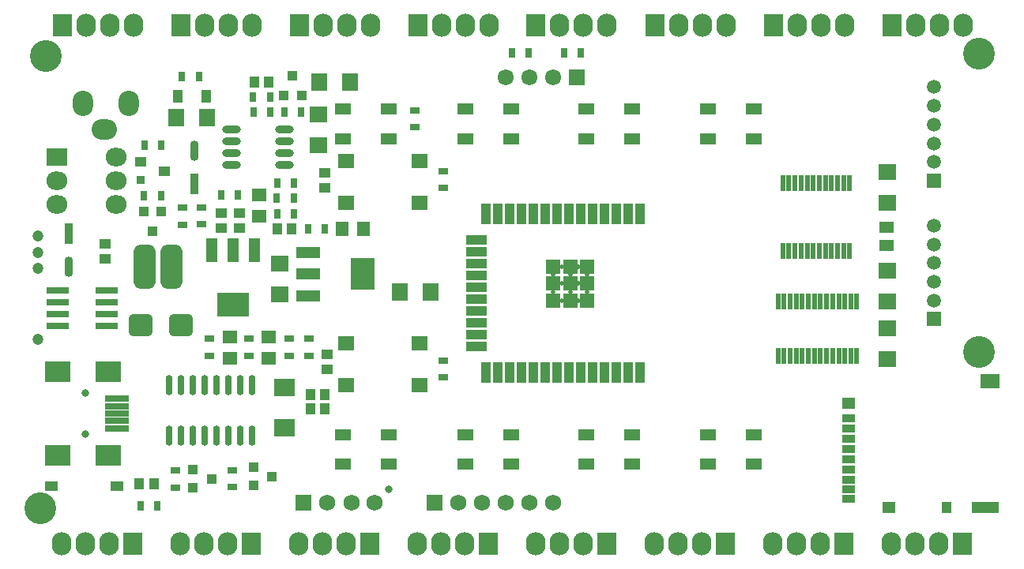
<source format=gts>
G04*
G04 #@! TF.GenerationSoftware,Altium Limited,Altium Designer,20.2.6 (244)*
G04*
G04 Layer_Color=8388736*
%FSLAX24Y24*%
%MOIN*%
G70*
G04*
G04 #@! TF.SameCoordinates,3AFE1146-FA95-4E81-A996-3AB7B898703E*
G04*
G04*
G04 #@! TF.FilePolarity,Negative*
G04*
G01*
G75*
%ADD59R,0.0374X0.0354*%
%ADD66R,0.0434X0.0316*%
%ADD67R,0.0552X0.0356*%
%ADD68R,0.0552X0.0474*%
%ADD69R,0.0395X0.0474*%
%ADD70R,0.1182X0.0474*%
%ADD71R,0.0828X0.0592*%
%ADD72R,0.0316X0.0434*%
%ADD73R,0.1064X0.0867*%
%ADD74R,0.0986X0.0277*%
%ADD75R,0.0730X0.0680*%
%ADD76R,0.0434X0.0474*%
%ADD77R,0.1025X0.0474*%
%ADD78R,0.1025X0.1379*%
%ADD79R,0.0434X0.0395*%
%ADD80R,0.0630X0.0513*%
%ADD81R,0.0237X0.0671*%
%ADD82R,0.0220X0.0660*%
%ADD83R,0.0434X0.0867*%
%ADD84R,0.0867X0.0434*%
%ADD85R,0.0604X0.0604*%
%ADD86R,0.0671X0.0474*%
%ADD87R,0.0690X0.0592*%
%ADD88R,0.0474X0.0434*%
%ADD89R,0.0880X0.0780*%
%ADD90R,0.0630X0.0580*%
%ADD91R,0.0474X0.1025*%
%ADD92R,0.1379X0.1025*%
%ADD93R,0.0680X0.0730*%
%ADD94R,0.0395X0.0434*%
%ADD95O,0.0789X0.0316*%
%ADD96O,0.0356X0.0867*%
%ADD97R,0.0356X0.0867*%
%ADD98R,0.0434X0.0552*%
%ADD99R,0.0434X0.0552*%
%ADD100R,0.0454X0.0434*%
G04:AMPARAMS|DCode=101|XSize=185.2mil|YSize=90.7mil|CornerRadius=24.7mil|HoleSize=0mil|Usage=FLASHONLY|Rotation=90.000|XOffset=0mil|YOffset=0mil|HoleType=Round|Shape=RoundedRectangle|*
%AMROUNDEDRECTD101*
21,1,0.1852,0.0413,0,0,90.0*
21,1,0.1358,0.0907,0,0,90.0*
1,1,0.0493,0.0207,0.0679*
1,1,0.0493,0.0207,-0.0679*
1,1,0.0493,-0.0207,-0.0679*
1,1,0.0493,-0.0207,0.0679*
%
%ADD101ROUNDEDRECTD101*%
G04:AMPARAMS|DCode=102|XSize=98.2mil|YSize=91.5mil|CornerRadius=14.4mil|HoleSize=0mil|Usage=FLASHONLY|Rotation=0.000|XOffset=0mil|YOffset=0mil|HoleType=Round|Shape=RoundedRectangle|*
%AMROUNDEDRECTD102*
21,1,0.0982,0.0626,0,0,0.0*
21,1,0.0693,0.0915,0,0,0.0*
1,1,0.0289,0.0346,-0.0313*
1,1,0.0289,-0.0346,-0.0313*
1,1,0.0289,-0.0346,0.0313*
1,1,0.0289,0.0346,0.0313*
%
%ADD102ROUNDEDRECTD102*%
%ADD103R,0.0946X0.0316*%
%ADD104O,0.0297X0.0867*%
%ADD105R,0.0552X0.0395*%
%ADD106R,0.0580X0.0630*%
%ADD107C,0.0316*%
%ADD108C,0.1340*%
%ADD109R,0.0830X0.0980*%
%ADD110O,0.0830X0.0980*%
%ADD111C,0.0678*%
%ADD112R,0.0678X0.0678*%
%ADD113C,0.0595*%
%ADD114R,0.0595X0.0595*%
%ADD115C,0.0198*%
%ADD116O,0.0880X0.0780*%
%ADD117C,0.0474*%
%ADD118R,0.0680X0.0680*%
%ADD119C,0.0680*%
%ADD120O,0.1064X0.0867*%
%ADD121O,0.0867X0.1064*%
D59*
X4837Y18286D02*
D03*
D66*
X16400Y20500D02*
D03*
X16400Y21215D02*
D03*
X11935Y11575D02*
D03*
X11935Y10860D02*
D03*
X9385Y11575D02*
D03*
X9385Y10860D02*
D03*
X11085Y11575D02*
D03*
X11085Y10860D02*
D03*
X7735Y11575D02*
D03*
X7735Y10860D02*
D03*
X17600Y18650D02*
D03*
X17600Y17935D02*
D03*
X17600Y10650D02*
D03*
X17600Y9935D02*
D03*
X6585Y16395D02*
D03*
X6585Y17110D02*
D03*
X7385Y17125D02*
D03*
X7385Y16410D02*
D03*
X6285Y5295D02*
D03*
X6285Y6010D02*
D03*
X8685Y6025D02*
D03*
X8685Y5310D02*
D03*
D67*
X34716Y8230D02*
D03*
Y7796D02*
D03*
Y7363D02*
D03*
Y6930D02*
D03*
Y6497D02*
D03*
Y6064D02*
D03*
Y5631D02*
D03*
Y5198D02*
D03*
Y4824D02*
D03*
D68*
Y8840D02*
D03*
X36409Y4450D02*
D03*
D69*
X38850D02*
D03*
D70*
X40484D02*
D03*
D71*
X40661Y9765D02*
D03*
D72*
X4835Y4510D02*
D03*
X5550Y4510D02*
D03*
X21200Y23650D02*
D03*
X20485Y23650D02*
D03*
X23400Y23650D02*
D03*
X22685Y23650D02*
D03*
X10570Y17510D02*
D03*
X11285Y17510D02*
D03*
X11300Y16860D02*
D03*
X10585Y16860D02*
D03*
X11885Y16200D02*
D03*
X12600Y16200D02*
D03*
X8950Y17660D02*
D03*
X8235Y17660D02*
D03*
X11300Y18160D02*
D03*
X10585Y18160D02*
D03*
X10885Y21160D02*
D03*
X11600Y21160D02*
D03*
X9571Y21793D02*
D03*
X10285Y21793D02*
D03*
X10300Y21160D02*
D03*
X9585Y21160D02*
D03*
X6571Y22660D02*
D03*
X7285Y22660D02*
D03*
X5700Y19760D02*
D03*
X4985Y19760D02*
D03*
X4971Y17610D02*
D03*
X5685Y17610D02*
D03*
D73*
X1319Y6664D02*
D03*
Y10168D02*
D03*
X3484D02*
D03*
Y6664D02*
D03*
D74*
X3819Y9046D02*
D03*
Y8731D02*
D03*
Y8416D02*
D03*
Y8101D02*
D03*
Y7786D02*
D03*
D75*
X10700Y14750D02*
D03*
Y13450D02*
D03*
X36350Y10700D02*
D03*
Y12000D02*
D03*
Y13150D02*
D03*
Y14450D02*
D03*
Y17310D02*
D03*
Y18610D02*
D03*
X12350Y21050D02*
D03*
Y19750D02*
D03*
D76*
X11215Y16200D02*
D03*
X10585D02*
D03*
X5400Y5460D02*
D03*
X4770D02*
D03*
X11985Y8600D02*
D03*
X12615D02*
D03*
X11985Y9200D02*
D03*
X12615D02*
D03*
X9620Y22410D02*
D03*
X10250D02*
D03*
D77*
X11908Y15206D02*
D03*
Y14300D02*
D03*
Y13394D02*
D03*
D78*
X14192Y14300D02*
D03*
D79*
X7829Y5660D02*
D03*
X7042Y6034D02*
D03*
Y5286D02*
D03*
X10379Y5760D02*
D03*
X9592Y6134D02*
D03*
Y5386D02*
D03*
D80*
X36290Y15506D02*
D03*
Y16294D02*
D03*
D81*
X31928Y15283D02*
D03*
X32184D02*
D03*
X34743D02*
D03*
X34487D02*
D03*
X34231D02*
D03*
X33975D02*
D03*
X33719D02*
D03*
X33463D02*
D03*
X33207D02*
D03*
X32952D02*
D03*
X32696D02*
D03*
X32440D02*
D03*
X31928Y18137D02*
D03*
X32184D02*
D03*
X32440D02*
D03*
X32696D02*
D03*
X32952D02*
D03*
X33207D02*
D03*
X33463D02*
D03*
X33719D02*
D03*
X33975D02*
D03*
X34231D02*
D03*
X34487D02*
D03*
X34743D02*
D03*
D82*
X35045Y13160D02*
D03*
X34795D02*
D03*
X34535D02*
D03*
X34285D02*
D03*
X34025D02*
D03*
X33765D02*
D03*
X33515D02*
D03*
X33255D02*
D03*
X33005D02*
D03*
X32745D02*
D03*
X32485D02*
D03*
X32235D02*
D03*
X31975D02*
D03*
X31725D02*
D03*
Y10860D02*
D03*
X31975D02*
D03*
X32235D02*
D03*
X32485D02*
D03*
X32745D02*
D03*
X33005D02*
D03*
X33255D02*
D03*
X33515D02*
D03*
X33765D02*
D03*
X34025D02*
D03*
X34285D02*
D03*
X34535D02*
D03*
X34795D02*
D03*
X35045D02*
D03*
D83*
X25906Y16857D02*
D03*
X25406D02*
D03*
X24906D02*
D03*
X24406D02*
D03*
X23906D02*
D03*
X23406D02*
D03*
X22906D02*
D03*
X22406D02*
D03*
X21906D02*
D03*
X21406D02*
D03*
X20906D02*
D03*
X20406D02*
D03*
X19906D02*
D03*
X19406D02*
D03*
Y10164D02*
D03*
X19906D02*
D03*
X20406D02*
D03*
X20906D02*
D03*
X21406D02*
D03*
X21906D02*
D03*
X22406D02*
D03*
X22906D02*
D03*
X23406D02*
D03*
X23906D02*
D03*
X24406D02*
D03*
X24906D02*
D03*
X25406D02*
D03*
X25906D02*
D03*
D84*
X19013Y15760D02*
D03*
Y15260D02*
D03*
Y14760D02*
D03*
Y14260D02*
D03*
Y13760D02*
D03*
Y13260D02*
D03*
Y12760D02*
D03*
Y12260D02*
D03*
Y11760D02*
D03*
Y11260D02*
D03*
D85*
X23676Y14626D02*
D03*
Y13904D02*
D03*
Y13182D02*
D03*
X22954Y14626D02*
D03*
Y13904D02*
D03*
Y13182D02*
D03*
X22231Y14626D02*
D03*
Y13904D02*
D03*
Y13182D02*
D03*
D86*
X18533Y21290D02*
D03*
X20462D02*
D03*
X18533Y20030D02*
D03*
X20462D02*
D03*
X30698D02*
D03*
X28769D02*
D03*
X30698Y21290D02*
D03*
X28769D02*
D03*
X25580Y20030D02*
D03*
X23651D02*
D03*
X25580Y21290D02*
D03*
X23651D02*
D03*
X28769Y7530D02*
D03*
X30698D02*
D03*
X28769Y6270D02*
D03*
X30698D02*
D03*
X23651Y7530D02*
D03*
X25580D02*
D03*
X23651Y6270D02*
D03*
X25580D02*
D03*
X20462D02*
D03*
X18533D02*
D03*
X20462Y7530D02*
D03*
X18533D02*
D03*
X13371D02*
D03*
X15300D02*
D03*
X13371Y6270D02*
D03*
X15300D02*
D03*
Y20030D02*
D03*
X13371D02*
D03*
X15300Y21290D02*
D03*
X13371D02*
D03*
D87*
X16615Y9614D02*
D03*
Y11386D02*
D03*
X13485Y9614D02*
D03*
Y11386D02*
D03*
X16615Y17300D02*
D03*
Y19072D02*
D03*
X13485Y17300D02*
D03*
Y19072D02*
D03*
D88*
X12700Y10270D02*
D03*
Y10900D02*
D03*
X8235Y16245D02*
D03*
Y16875D02*
D03*
X8985Y16875D02*
D03*
Y16245D02*
D03*
X12600Y17935D02*
D03*
Y18565D02*
D03*
X3335Y15575D02*
D03*
Y14945D02*
D03*
D89*
X10885Y9510D02*
D03*
Y7810D02*
D03*
X1285Y19260D02*
D03*
D90*
X10235Y10760D02*
D03*
Y11660D02*
D03*
X8585Y10760D02*
D03*
Y11660D02*
D03*
X9835Y16760D02*
D03*
Y17660D02*
D03*
D91*
X9641Y15302D02*
D03*
X8735D02*
D03*
X7830D02*
D03*
D92*
X8735Y13018D02*
D03*
D93*
X13660Y22400D02*
D03*
X12360D02*
D03*
X6325Y20910D02*
D03*
X7625D02*
D03*
X15760Y13550D02*
D03*
X17060D02*
D03*
D94*
X11250Y22683D02*
D03*
X11624Y21856D02*
D03*
X10876D02*
D03*
X5335Y16127D02*
D03*
X4961Y16954D02*
D03*
X5709D02*
D03*
D95*
X10898Y18910D02*
D03*
Y19410D02*
D03*
Y19910D02*
D03*
Y20410D02*
D03*
X8673Y18910D02*
D03*
Y19410D02*
D03*
Y19910D02*
D03*
Y20410D02*
D03*
D96*
X7085Y19510D02*
D03*
X1785Y14610D02*
D03*
D97*
X7085Y18110D02*
D03*
X1785Y16010D02*
D03*
D98*
X7585Y21810D02*
D03*
D99*
X6385D02*
D03*
D100*
X5822Y18660D02*
D03*
X4837Y19034D02*
D03*
D101*
X6127Y14610D02*
D03*
X4985D02*
D03*
D102*
X4835Y12160D02*
D03*
X6536D02*
D03*
D103*
X1338Y13610D02*
D03*
Y13110D02*
D03*
Y12110D02*
D03*
X3385Y13610D02*
D03*
Y13110D02*
D03*
Y12110D02*
D03*
X1338Y12610D02*
D03*
X3385D02*
D03*
D104*
X9535Y9623D02*
D03*
X9035D02*
D03*
X8535D02*
D03*
X8035D02*
D03*
X7535D02*
D03*
X7035D02*
D03*
X6535D02*
D03*
X6035D02*
D03*
X9535Y7497D02*
D03*
X9035D02*
D03*
X8535D02*
D03*
X8035D02*
D03*
X7535D02*
D03*
X7035D02*
D03*
X6535D02*
D03*
X6035D02*
D03*
D105*
X1072Y5350D02*
D03*
X3828D02*
D03*
D106*
X14250Y16200D02*
D03*
X13350D02*
D03*
D107*
X2500Y7550D02*
D03*
Y9282D02*
D03*
X15300Y5200D02*
D03*
D108*
X600Y4400D02*
D03*
X850Y23500D02*
D03*
X40200Y11000D02*
D03*
Y23600D02*
D03*
D109*
X36521Y24810D02*
D03*
X31521D02*
D03*
X26550D02*
D03*
X21500D02*
D03*
X16521D02*
D03*
X11521D02*
D03*
X6521D02*
D03*
X1521D02*
D03*
X39485Y2910D02*
D03*
X34485D02*
D03*
X29485D02*
D03*
X24485D02*
D03*
X19485D02*
D03*
X14485D02*
D03*
X9485D02*
D03*
X4485D02*
D03*
D110*
X37521Y24810D02*
D03*
X38521D02*
D03*
X39521D02*
D03*
X32521D02*
D03*
X33521D02*
D03*
X34521D02*
D03*
X29550D02*
D03*
X28550D02*
D03*
X27550D02*
D03*
X24500D02*
D03*
X23500D02*
D03*
X22500D02*
D03*
X19521D02*
D03*
X18521D02*
D03*
X17521D02*
D03*
X14521D02*
D03*
X13521D02*
D03*
X12521D02*
D03*
X9521D02*
D03*
X8521D02*
D03*
X7521D02*
D03*
X4521D02*
D03*
X3521D02*
D03*
X2521D02*
D03*
X36485Y2910D02*
D03*
X37485D02*
D03*
X38485D02*
D03*
X31485D02*
D03*
X32485D02*
D03*
X33485D02*
D03*
X28485D02*
D03*
X27485D02*
D03*
X26485D02*
D03*
X23485D02*
D03*
X22485D02*
D03*
X21485D02*
D03*
X18485D02*
D03*
X17485D02*
D03*
X16485D02*
D03*
X13485D02*
D03*
X12485D02*
D03*
X11485D02*
D03*
X6485D02*
D03*
X7485D02*
D03*
X8485D02*
D03*
X1485D02*
D03*
X2485D02*
D03*
X3485D02*
D03*
D111*
X20250Y22600D02*
D03*
X21250D02*
D03*
X22250D02*
D03*
D112*
X23250D02*
D03*
D113*
X38300Y16350D02*
D03*
Y15560D02*
D03*
Y14770D02*
D03*
Y13980D02*
D03*
Y13190D02*
D03*
Y22200D02*
D03*
Y21410D02*
D03*
Y20620D02*
D03*
Y19830D02*
D03*
Y19040D02*
D03*
D114*
Y12400D02*
D03*
Y18250D02*
D03*
D115*
X23676Y14265D02*
D03*
Y13543D02*
D03*
X23315Y14626D02*
D03*
Y13904D02*
D03*
Y13182D02*
D03*
X22954Y14265D02*
D03*
Y13543D02*
D03*
X22592Y14626D02*
D03*
Y13904D02*
D03*
Y13182D02*
D03*
X22231Y14265D02*
D03*
Y13543D02*
D03*
D116*
X3785Y19260D02*
D03*
Y18260D02*
D03*
Y17260D02*
D03*
X1285D02*
D03*
Y18260D02*
D03*
D117*
X500Y11550D02*
D03*
Y14550D02*
D03*
Y15200D02*
D03*
Y15900D02*
D03*
D118*
X11700Y4650D02*
D03*
X17250D02*
D03*
D119*
X12700D02*
D03*
X13735D02*
D03*
X22250D02*
D03*
X14700D02*
D03*
X18250D02*
D03*
X19250D02*
D03*
X20250D02*
D03*
X21250D02*
D03*
D120*
X3306Y20398D02*
D03*
D121*
X4329Y21500D02*
D03*
X2400D02*
D03*
M02*

</source>
